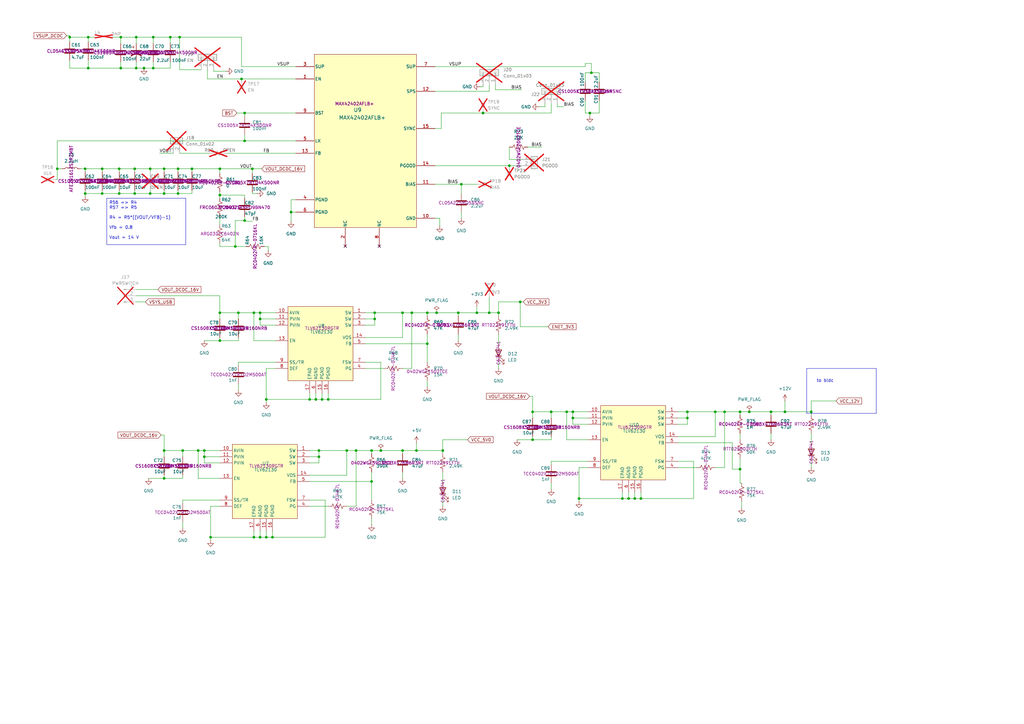
<source format=kicad_sch>
(kicad_sch (version 20250114) (generator "eeschema") (generator_version "9.0")
  (paper "A3")
  (rectangle (start 330.835 151.13) (end 359.41 169.545))
  (text "to bldc\n" (at 338.455 156.21 0) (effects (font (size 1.27 1.27))))
  (text_box "R56 => R4\nR57 => R5\n\nR4 = R5*((VOUT/VFB)-1)\n\nVfb = 0.8\n\nVout = 14 V\n" (at 43.815 81.28 0) (size 32.385 19.05) (margins 0.9525 0.9525 0.9525 0.9525) (effects (font (size 1.27 1.27)) (justify left top)))
  (junction (at 189.23 75.565))
  (junction (at 293.37 168.91))
  (junction (at 106.68 128.27))
  (junction (at 41.91 79.375))
  (junction (at 281.94 171.45))
  (junction (at 129.54 163.83))
  (junction (at 99.06 32.385))
  (junction (at 175.26 128.27))
  (junction (at 142.24 184.785))
  (junction (at 198.12 46.355))
  (junction (at 297.18 168.91))
  (junction (at 34.925 69.215))
  (junction (at 48.895 69.215))
  (junction (at 232.41 168.91))
  (junction (at 242.57 29.845))
  (junction (at 55.245 69.215))
  (junction (at 187.96 128.27))
  (junction (at 69.85 15.24))
  (junction (at 109.22 220.345))
  (junction (at 73.025 69.215))
  (junction (at 104.14 220.345))
  (junction (at 62.865 15.24))
  (junction (at 106.68 220.345))
  (junction (at 74.93 184.785))
  (junction (at 179.07 128.27))
  (junction (at 200.66 128.27))
  (junction (at 321.945 168.91))
  (junction (at 218.44 180.34))
  (junction (at 153.67 128.27))
  (junction (at 156.21 184.785))
  (junction (at 90.17 80.01))
  (junction (at 73.025 79.375))
  (junction (at 234.95 171.45))
  (junction (at 255.27 204.47))
  (junction (at 73.66 15.24))
  (junction (at 78.74 69.215))
  (junction (at 28.575 15.24))
  (junction (at 226.06 168.91))
  (junction (at 303.53 168.91))
  (junction (at 106.68 130.81))
  (junction (at 316.23 168.91))
  (junction (at 104.14 128.27))
  (junction (at 62.865 27.94))
  (junction (at 281.94 168.91))
  (junction (at 130.81 184.785))
  (junction (at 49.53 27.94))
  (junction (at 86.36 220.345))
  (junction (at 97.79 128.27))
  (junction (at 127 163.83))
  (junction (at 208.915 67.945))
  (junction (at 262.89 204.47))
  (junction (at 90.17 128.27))
  (junction (at 237.49 204.47))
  (junction (at 132.08 163.83))
  (junction (at 61.595 79.375))
  (junction (at 146.05 184.785))
  (junction (at 83.82 184.785))
  (junction (at 67.31 69.215))
  (junction (at 152.4 184.785))
  (junction (at 204.47 128.27))
  (junction (at 55.245 79.375))
  (junction (at 34.925 79.375))
  (junction (at 260.35 204.47))
  (junction (at 90.17 69.215))
  (junction (at 168.91 128.27))
  (junction (at 195.58 128.27))
  (junction (at 100.33 90.4387))
  (junction (at 130.81 187.325))
  (junction (at 90.17 139.7))
  (junction (at 67.31 196.215))
  (junction (at 119.38 86.995))
  (junction (at 165.1 184.785))
  (junction (at 181.61 184.785))
  (junction (at 55.88 27.94))
  (junction (at 103.505 69.215))
  (junction (at 49.53 15.24))
  (junction (at 111.76 220.345))
  (junction (at 48.895 79.375))
  (junction (at 241.935 46.355))
  (junction (at 41.91 69.215))
  (junction (at 61.595 69.215))
  (junction (at 23.495 69.215))
  (junction (at 175.26 140.97))
  (junction (at 307.34 168.91))
  (junction (at 257.81 204.47))
  (junction (at 170.815 184.785))
  (junction (at 36.195 27.94))
  (junction (at 153.67 130.81))
  (junction (at 55.88 15.24))
  (junction (at 165.1 128.27))
  (junction (at 96.52 101.092))
  (junction (at 234.95 168.91))
  (junction (at 100.33 57.785))
  (junction (at 81.28 184.785))
  (junction (at 67.31 184.785))
  (junction (at 83.82 187.325))
  (junction (at 332.74 168.91))
  (junction (at 303.53 192.405))
  (junction (at 36.195 15.24))
  (junction (at 213.36 123.825))
  (junction (at 67.31 79.375))
  (junction (at 152.4 197.485))
  (junction (at 134.62 163.83))
  (junction (at 218.44 168.91))
  (junction (at 59.055 27.94))
  (junction (at 100.33 46.355))
  (junction (at 109.22 163.83))
  (no_connect (at 141.605 100.965))
  (no_connect (at 155.575 100.965))
  (wire (pts (xy 149.86 148.59) (xy 156.21 148.59)))
  (wire (pts (xy 134.62 163.83) (xy 156.21 163.83)))
  (wire (pts (xy 241.3 191.77) (xy 237.49 191.77)))
  (wire (pts (xy 303.53 177.8) (xy 303.53 180.34)))
  (wire (pts (xy 55.245 70.485) (xy 55.245 69.215)))
  (wire (pts (xy 245.745 29.845) (xy 242.57 29.845)))
  (wire (pts (xy 121.285 81.915) (xy 119.38 81.915)))
  (wire (pts (xy 48.895 79.375) (xy 41.91 79.375)))
  (wire (pts (xy 237.49 204.47) (xy 255.27 204.47)))
  (wire (pts (xy 200.66 121.92) (xy 200.66 128.27)))
  (wire (pts (xy 41.91 78.105) (xy 41.91 79.375)))
  (wire (pts (xy 49.53 27.94) (xy 49.53 25.4)))
  (wire (pts (xy 83.82 189.865) (xy 83.82 187.325)))
  (wire (pts (xy 127 207.645) (xy 134.62 207.645)))
  (wire (pts (xy 69.85 15.24) (xy 73.66 15.24)))
  (wire (pts (xy 245.745 29.845) (xy 245.745 33.655)))
  (wire (pts (xy 90.17 139.7) (xy 83.82 139.7)))
  (wire (pts (xy 86.36 220.345) (xy 104.14 220.345)))
  (wire (pts (xy 97.79 128.27) (xy 104.14 128.27)))
  (wire (pts (xy 127 197.485) (xy 152.4 197.485)))
  (wire (pts (xy 281.94 173.99) (xy 281.94 171.45)))
  (wire (pts (xy 165.1 138.43) (xy 165.1 128.27)))
  (wire (pts (xy 67.31 178.435) (xy 67.31 184.785)))
  (wire (pts (xy 113.03 139.7) (xy 104.14 139.7)))
  (wire (pts (xy 127 189.865) (xy 130.81 189.865)))
  (wire (pts (xy 241.935 46.355) (xy 245.745 46.355)))
  (wire (pts (xy 28.575 15.24) (xy 36.195 15.24)))
  (wire (pts (xy 67.31 69.215) (xy 61.595 69.215)))
  (wire (pts (xy 278.13 189.23) (xy 284.48 189.23)))
  (wire (pts (xy 332.74 164.465) (xy 332.74 168.91)))
  (wire (pts (xy 149.86 130.81) (xy 153.67 130.81)))
  (wire (pts (xy 293.37 191.77) (xy 297.18 191.77)))
  (wire (pts (xy 55.245 79.375) (xy 48.895 79.375)))
  (wire (pts (xy 130.81 189.865) (xy 130.81 187.325)))
  (wire (pts (xy 200.66 37.465) (xy 200.66 34.925)))
  (wire (pts (xy 195.58 128.27) (xy 187.96 128.27)))
  (wire (pts (xy 218.44 180.34) (xy 226.06 180.34)))
  (wire (pts (xy 78.74 70.485) (xy 78.74 69.215)))
  (wire (pts (xy 198.12 35.56) (xy 198.12 34.925)))
  (wire (pts (xy 240.03 27.305) (xy 178.435 27.305)))
  (wire (pts (xy 187.96 128.27) (xy 179.07 128.27)))
  (wire (pts (xy 130.81 184.785) (xy 142.24 184.785)))
  (wire (pts (xy 165.1 186.055) (xy 165.1 184.785)))
  (wire (pts (xy 187.96 129.54) (xy 187.96 128.27)))
  (wire (pts (xy 260.35 204.47) (xy 262.89 204.47)))
  (wire (pts (xy 41.91 79.375) (xy 34.925 79.375)))
  (wire (pts (xy 67.31 79.375) (xy 73.025 79.375)))
  (wire (pts (xy 97.79 148.59) (xy 97.79 149.86)))
  (wire (pts (xy 100.33 81.28) (xy 100.33 80.01)))
  (wire (pts (xy 127 187.325) (xy 130.81 187.325)))
  (wire (pts (xy 129.54 161.29) (xy 129.54 163.83)))
  (wire (pts (xy 152.4 186.055) (xy 152.4 184.785)))
  (wire (pts (xy 69.85 27.94) (xy 62.865 27.94)))
  (wire (pts (xy 203.2 34.925) (xy 203.2 36.83)))
  (wire (pts (xy 83.82 184.785) (xy 90.17 184.785)))
  (wire (pts (xy 303.53 192.405) (xy 303.53 198.12)))
  (wire (pts (xy 113.03 130.81) (xy 106.68 130.81)))
  (wire (pts (xy 109.22 217.805) (xy 109.22 220.345)))
  (wire (pts (xy 96.52 101.092) (xy 96.52 90.4387)))
  (wire (pts (xy 218.44 180.34) (xy 212.09 180.34)))
  (wire (pts (xy 61.595 70.485) (xy 61.595 69.215)))
  (wire (pts (xy 132.08 161.29) (xy 132.08 163.83)))
  (wire (pts (xy 316.23 168.91) (xy 307.34 168.91)))
  (wire (pts (xy 85.09 32.385) (xy 99.06 32.385)))
  (wire (pts (xy 196.85 35.56) (xy 198.12 35.56)))
  (wire (pts (xy 284.48 189.23) (xy 284.48 204.47)))
  (wire (pts (xy 200.66 128.27) (xy 195.58 128.27)))
  (wire (pts (xy 104.14 220.345) (xy 106.68 220.345)))
  (wire (pts (xy 23.495 57.785) (xy 100.33 57.785)))
  (wire (pts (xy 142.24 184.785) (xy 146.05 184.785)))
  (wire (pts (xy 74.93 184.785) (xy 74.93 187.325)))
  (wire (pts (xy 321.945 168.91) (xy 332.74 168.91)))
  (wire (pts (xy 170.815 181.61) (xy 170.815 184.785)))
  (wire (pts (xy 332.74 189.23) (xy 332.74 191.77)))
  (wire (pts (xy 187.96 137.16) (xy 187.96 139.7)))
  (wire (pts (xy 180.975 52.705) (xy 178.435 52.705)))
  (wire (pts (xy 307.34 168.91) (xy 303.53 168.91)))
  (wire (pts (xy 165.1 151.13) (xy 168.91 151.13)))
  (wire (pts (xy 234.95 168.91) (xy 241.3 168.91)))
  (wire (pts (xy 278.13 171.45) (xy 281.94 171.45)))
  (wire (pts (xy 74.93 213.995) (xy 74.93 216.535)))
  (wire (pts (xy 96.52 101.092) (xy 100.838 101.092)))
  (wire (pts (xy 146.05 207.645) (xy 146.05 184.785)))
  (wire (pts (xy 281.94 168.91) (xy 293.37 168.91)))
  (wire (pts (xy 142.24 194.945) (xy 142.24 184.785)))
  (wire (pts (xy 149.86 128.27) (xy 153.67 128.27)))
  (wire (pts (xy 168.91 151.13) (xy 168.91 128.27)))
  (wire (pts (xy 73.66 28.575) (xy 73.66 15.24)))
  (wire (pts (xy 204.47 129.54) (xy 204.47 128.27)))
  (wire (pts (xy 73.025 69.215) (xy 67.31 69.215)))
  (wire (pts (xy 34.925 69.215) (xy 33.02 69.215)))
  (wire (pts (xy 127 205.105) (xy 133.35 205.105)))
  (wire (pts (xy 304.165 205.74) (xy 304.165 208.28)))
  (wire (pts (xy 278.13 181.61) (xy 300.355 181.61)))
  (wire (pts (xy 129.54 163.83) (xy 132.08 163.83)))
  (wire (pts (xy 214.63 123.825) (xy 213.36 123.825)))
  (wire (pts (xy 28.575 14.605) (xy 28.575 15.24)))
  (wire (pts (xy 100.33 90.805) (xy 103.505 90.805)))
  (wire (pts (xy 67.31 184.785) (xy 74.93 184.785)))
  (wire (pts (xy 49.53 15.24) (xy 49.53 17.78)))
  (wire (pts (xy 224.79 133.985) (xy 213.36 133.985)))
  (wire (pts (xy 90.17 187.325) (xy 83.82 187.325)))
  (wire (pts (xy 149.86 140.97) (xy 175.26 140.97)))
  (wire (pts (xy 200.66 37.465) (xy 178.435 37.465)))
  (wire (pts (xy 240.03 29.845) (xy 240.03 33.655)))
  (wire (pts (xy 104.14 139.7) (xy 104.14 128.27)))
  (wire (pts (xy 62.865 15.24) (xy 69.85 15.24)))
  (wire (pts (xy 67.31 79.375) (xy 61.595 79.375)))
  (wire (pts (xy 149.86 138.43) (xy 165.1 138.43)))
  (wire (pts (xy 237.49 204.47) (xy 237.49 205.74)))
  (wire (pts (xy 90.17 69.215) (xy 103.505 69.215)))
  (wire (pts (xy 106.68 133.35) (xy 106.68 130.81)))
  (wire (pts (xy 66.04 178.435) (xy 67.31 178.435)))
  (wire (pts (xy 303.53 187.96) (xy 303.53 192.405)))
  (wire (pts (xy 170.815 184.785) (xy 181.61 184.785)))
  (wire (pts (xy 149.86 151.13) (xy 157.48 151.13)))
  (wire (pts (xy 130.81 187.325) (xy 130.81 184.785)))
  (wire (pts (xy 153.67 133.35) (xy 153.67 130.81)))
  (wire (pts (xy 242.57 29.845) (xy 240.03 29.845)))
  (wire (pts (xy 168.91 128.27) (xy 175.26 128.27)))
  (wire (pts (xy 240.03 46.355) (xy 241.935 46.355)))
  (wire (pts (xy 90.17 101.092) (xy 96.52 101.092)))
  (wire (pts (xy 240.03 26.035) (xy 240.03 27.305)))
  (wire (pts (xy 180.975 46.355) (xy 198.12 46.355)))
  (wire (pts (xy 99.06 27.305) (xy 121.285 27.305)))
  (wire (pts (xy 41.91 69.215) (xy 48.895 69.215)))
  (wire (pts (xy 127 163.83) (xy 129.54 163.83)))
  (wire (pts (xy 67.31 196.215) (xy 60.96 196.215)))
  (wire (pts (xy 228.6 43.815) (xy 231.14 43.815)))
  (wire (pts (xy 107.315 69.215) (xy 103.505 69.215)))
  (wire (pts (xy 262.89 201.93) (xy 262.89 204.47)))
  (wire (pts (xy 109.22 151.13) (xy 109.22 163.83)))
  (wire (pts (xy 281.94 171.45) (xy 281.94 168.91)))
  (wire (pts (xy 109.22 220.345) (xy 111.76 220.345)))
  (wire (pts (xy 208.915 67.945) (xy 213.995 67.945)))
  (wire (pts (xy 121.285 86.995) (xy 119.38 86.995)))
  (wire (pts (xy 103.505 71.12) (xy 103.505 69.215)))
  (wire (pts (xy 34.925 79.375) (xy 34.925 80.645)))
  (wire (pts (xy 204.47 123.825) (xy 204.47 128.27)))
  (wire (pts (xy 119.38 86.995) (xy 119.38 90.805)))
  (wire (pts (xy 62.865 25.4) (xy 62.865 27.94)))
  (wire (pts (xy 100.33 90.4387) (xy 100.33 90.805)))
  (wire (pts (xy 242.57 26.035) (xy 242.57 29.845)))
  (wire (pts (xy 108.458 101.092) (xy 109.982 101.092)))
  (wire (pts (xy 23.495 57.785) (xy 23.495 69.215)))
  (wire (pts (xy 109.982 101.092) (xy 109.982 102.87)))
  (wire (pts (xy 59.055 27.94) (xy 55.88 27.94)))
  (wire (pts (xy 189.23 75.565) (xy 195.58 75.565)))
  (wire (pts (xy 69.85 17.78) (xy 69.85 15.24)))
  (wire (pts (xy 111.76 220.345) (xy 133.35 220.345)))
  (wire (pts (xy 204.47 123.825) (xy 213.36 123.825)))
  (wire (pts (xy 90.17 138.43) (xy 90.17 139.7)))
  (wire (pts (xy 223.52 42.545) (xy 223.52 43.815)))
  (wire (pts (xy 223.52 43.815) (xy 220.98 43.815)))
  (wire (pts (xy 226.06 168.91) (xy 226.06 171.45)))
  (wire (pts (xy 62.865 27.94) (xy 59.055 27.94)))
  (wire (pts (xy 90.17 80.01) (xy 90.17 81.28)))
  (wire (pts (xy 203.2 36.83) (xy 213.995 36.83)))
  (wire (pts (xy 100.33 57.785) (xy 121.285 57.785)))
  (wire (pts (xy 28.575 24.765) (xy 28.575 27.94)))
  (wire (pts (xy 83.82 187.325) (xy 83.82 184.785)))
  (wire (pts (xy 87.63 29.21) (xy 92.71 29.21)))
  (wire (pts (xy 90.17 196.215) (xy 81.28 196.215)))
  (wire (pts (xy 332.74 170.18) (xy 332.74 168.91)))
  (wire (pts (xy 55.88 121.285) (xy 90.17 121.285)))
  (wire (pts (xy 96.52 90.4387) (xy 100.33 90.4387)))
  (wire (pts (xy 175.26 137.16) (xy 175.26 140.97)))
  (wire (pts (xy 297.18 191.77) (xy 297.18 168.91)))
  (wire (pts (xy 127 163.83) (xy 127 161.29)))
  (wire (pts (xy 303.53 198.12) (xy 304.165 198.12)))
  (wire (pts (xy 62.865 17.78) (xy 62.865 15.24)))
  (wire (pts (xy 93.345 62.865) (xy 121.285 62.865)))
  (wire (pts (xy 27.305 14.605) (xy 28.575 14.605)))
  (wire (pts (xy 113.03 133.35) (xy 106.68 133.35)))
  (wire (pts (xy 189.23 86.995) (xy 189.23 89.535)))
  (wire (pts (xy 48.895 69.215) (xy 55.245 69.215)))
  (wire (pts (xy 226.06 179.07) (xy 226.06 180.34)))
  (wire (pts (xy 133.35 205.105) (xy 133.35 220.345)))
  (wire (pts (xy 100.33 80.01) (xy 90.17 80.01)))
  (wire (pts (xy 293.37 168.91) (xy 297.18 168.91)))
  (wire (pts (xy 181.61 180.34) (xy 181.61 184.785)))
  (wire (pts (xy 90.17 128.27) (xy 90.17 130.81)))
  (wire (pts (xy 255.27 204.47) (xy 255.27 201.93)))
  (wire (pts (xy 240.03 41.275) (xy 240.03 46.355)))
  (wire (pts (xy 36.195 17.145) (xy 36.195 15.24)))
  (wire (pts (xy 34.925 78.105) (xy 34.925 79.375)))
  (wire (pts (xy 106.68 130.81) (xy 106.68 128.27)))
  (wire (pts (xy 293.37 179.07) (xy 293.37 168.91)))
  (wire (pts (xy 103.505 79.375) (xy 105.41 79.375)))
  (wire (pts (xy 100.33 47.625) (xy 100.33 46.355)))
  (wire (pts (xy 78.74 69.215) (xy 73.025 69.215)))
  (wire (pts (xy 316.23 177.8) (xy 316.23 180.34)))
  (wire (pts (xy 90.17 99.695) (xy 90.17 101.092)))
  (wire (pts (xy 204.47 128.27) (xy 200.66 128.27)))
  (wire (pts (xy 73.66 62.865) (xy 85.725 62.865)))
  (wire (pts (xy 278.13 179.07) (xy 293.37 179.07)))
  (wire (pts (xy 204.47 137.16) (xy 204.47 140.97)))
  (wire (pts (xy 149.86 133.35) (xy 153.67 133.35)))
  (wire (pts (xy 67.31 70.485) (xy 67.31 69.215)))
  (wire (pts (xy 152.4 212.725) (xy 152.4 215.265)))
  (wire (pts (xy 61.595 79.375) (xy 55.245 79.375)))
  (wire (pts (xy 23.495 69.215) (xy 25.4 69.215)))
  (wire (pts (xy 213.36 133.985) (xy 213.36 123.825)))
  (wire (pts (xy 278.13 173.99) (xy 281.94 173.99)))
  (wire (pts (xy 241.935 46.355) (xy 241.935 47.625)))
  (wire (pts (xy 41.91 70.485) (xy 41.91 69.215)))
  (wire (pts (xy 228.6 42.545) (xy 228.6 43.815)))
  (wire (pts (xy 86.36 207.645) (xy 86.36 220.345)))
  (wire (pts (xy 218.44 179.07) (xy 218.44 180.34)))
  (wire (pts (xy 36.195 15.24) (xy 38.735 15.24)))
  (wire (pts (xy 146.05 184.785) (xy 152.4 184.785)))
  (wire (pts (xy 104.14 128.27) (xy 106.68 128.27)))
  (wire (pts (xy 49.53 15.24) (xy 55.88 15.24)))
  (wire (pts (xy 316.23 168.91) (xy 321.945 168.91)))
  (wire (pts (xy 195.58 125.73) (xy 195.58 128.27)))
  (wire (pts (xy 226.06 42.545) (xy 226.06 46.355)))
  (wire (pts (xy 87.63 28.575) (xy 87.63 29.21)))
  (wire (pts (xy 152.4 193.675) (xy 152.4 197.485)))
  (wire (pts (xy 81.28 184.785) (xy 83.82 184.785)))
  (wire (pts (xy 257.81 204.47) (xy 260.35 204.47)))
  (wire (pts (xy 73.025 79.375) (xy 78.74 79.375)))
  (wire (pts (xy 85.09 28.575) (xy 85.09 32.385)))
  (wire (pts (xy 218.44 168.91) (xy 226.06 168.91)))
  (wire (pts (xy 180.975 52.705) (xy 180.975 46.355)))
  (wire (pts (xy 321.945 164.465) (xy 321.945 168.91)))
  (wire (pts (xy 99.06 32.385) (xy 121.285 32.385)))
  (wire (pts (xy 104.14 220.345) (xy 104.14 217.805)))
  (wire (pts (xy 36.195 24.765) (xy 36.195 27.94)))
  (wire (pts (xy 109.22 163.83) (xy 109.22 165.1)))
  (wire (pts (xy 262.89 204.47) (xy 284.48 204.47)))
  (wire (pts (xy 55.88 123.825) (xy 59.69 123.825)))
  (wire (pts (xy 113.03 148.59) (xy 97.79 148.59)))
  (wire (pts (xy 99.06 15.24) (xy 99.06 27.305)))
  (wire (pts (xy 100.33 88.9) (xy 100.33 90.4387)))
  (wire (pts (xy 97.155 46.355) (xy 100.33 46.355)))
  (wire (pts (xy 241.3 189.23) (xy 226.06 189.23)))
  (wire (pts (xy 232.41 180.34) (xy 232.41 168.91)))
  (wire (pts (xy 113.03 151.13) (xy 109.22 151.13)))
  (wire (pts (xy 175.26 129.54) (xy 175.26 128.27)))
  (wire (pts (xy 198.12 46.355) (xy 226.06 46.355)))
  (wire (pts (xy 216.535 60.325) (xy 222.25 60.325)))
  (wire (pts (xy 300.355 181.61) (xy 300.355 192.405)))
  (wire (pts (xy 90.17 69.215) (xy 78.74 69.215)))
  (wire (pts (xy 55.88 17.78) (xy 55.88 15.24)))
  (wire (pts (xy 178.435 67.945) (xy 208.915 67.945)))
  (wire (pts (xy 181.61 186.055) (xy 181.61 184.785)))
  (wire (pts (xy 165.1 128.27) (xy 168.91 128.27)))
  (wire (pts (xy 165.1 193.675) (xy 165.1 196.215)))
  (wire (pts (xy 90.17 189.865) (xy 83.82 189.865)))
  (wire (pts (xy 300.355 192.405) (xy 303.53 192.405)))
  (wire (pts (xy 241.3 171.45) (xy 234.95 171.45)))
  (wire (pts (xy 178.435 75.565) (xy 189.23 75.565)))
  (wire (pts (xy 67.31 78.105) (xy 67.31 79.375)))
  (wire (pts (xy 55.88 25.4) (xy 55.88 27.94)))
  (wire (pts (xy 237.49 191.77) (xy 237.49 204.47)))
  (wire (pts (xy 74.93 184.785) (xy 81.28 184.785)))
  (wire (pts (xy 106.68 128.27) (xy 113.03 128.27)))
  (wire (pts (xy 78.74 78.105) (xy 78.74 79.375)))
  (wire (pts (xy 208.915 65.405) (xy 213.995 65.405)))
  (wire (pts (xy 90.17 121.285) (xy 90.17 128.27)))
  (wire (pts (xy 278.13 191.77) (xy 285.75 191.77)))
  (wire (pts (xy 90.17 128.27) (xy 97.79 128.27)))
  (wire (pts (xy 142.24 207.645) (xy 146.05 207.645)))
  (wire (pts (xy 81.28 196.215) (xy 81.28 184.785)))
  (wire (pts (xy 48.895 78.105) (xy 48.895 79.375)))
  (wire (pts (xy 178.435 89.535) (xy 180.34 89.535)))
  (wire (pts (xy 134.62 161.29) (xy 134.62 163.83)))
  (wire (pts (xy 127 194.945) (xy 142.24 194.945)))
  (wire (pts (xy 303.53 170.18) (xy 303.53 168.91)))
  (wire (pts (xy 191.77 180.34) (xy 181.61 180.34)))
  (wire (pts (xy 23.495 69.215) (xy 23.495 73.66)))
  (wire (pts (xy 204.47 148.59) (xy 204.47 151.13)))
  (wire (pts (xy 97.79 128.27) (xy 97.79 130.81)))
  (wire (pts (xy 127 184.785) (xy 130.81 184.785)))
  (wire (pts (xy 64.77 118.745) (xy 55.88 118.745)))
  (wire (pts (xy 61.595 69.215) (xy 55.245 69.215)))
  (wire (pts (xy 103.505 78.74) (xy 103.505 79.375)))
  (wire (pts (xy 82.55 28.575) (xy 73.66 28.575)))
  (wire (pts (xy 181.61 193.675) (xy 181.61 197.485)))
  (wire (pts (xy 100.33 46.355) (xy 121.285 46.355)))
  (wire (pts (xy 109.22 163.83) (xy 127 163.83)))
  (wire (pts (xy 257.81 201.93) (xy 257.81 204.47)))
  (wire (pts (xy 226.06 198.12) (xy 226.06 200.66)))
  (wire (pts (xy 69.85 25.4) (xy 69.85 27.94)))
  (wire (pts (xy 36.195 27.94) (xy 49.53 27.94)))
  (wire (pts (xy 226.06 168.91) (xy 232.41 168.91)))
  (wire (pts (xy 61.595 78.105) (xy 61.595 79.375)))
  (wire (pts (xy 90.17 71.12) (xy 90.17 69.215)))
  (wire (pts (xy 255.27 204.47) (xy 257.81 204.47)))
  (wire (pts (xy 46.355 15.24) (xy 49.53 15.24)))
  (wire (pts (xy 28.575 17.145) (xy 28.575 15.24)))
  (wire (pts (xy 73.025 70.485) (xy 73.025 69.215)))
  (wire (pts (xy 153.67 128.27) (xy 165.1 128.27)))
  (wire (pts (xy 86.36 220.345) (xy 86.36 221.615)))
  (wire (pts (xy 234.95 171.45) (xy 234.95 168.91)))
  (wire (pts (xy 165.1 184.785) (xy 170.815 184.785)))
  (wire (pts (xy 218.44 162.56) (xy 218.44 168.91)))
  (wire (pts (xy 119.38 81.915) (xy 119.38 86.995)))
  (wire (pts (xy 241.3 180.34) (xy 232.41 180.34)))
  (wire (pts (xy 65.405 62.865) (xy 71.12 62.865)))
  (wire (pts (xy 165.1 184.785) (xy 156.21 184.785)))
  (wire (pts (xy 153.67 130.81) (xy 153.67 128.27)))
  (wire (pts (xy 152.4 197.485) (xy 152.4 205.105)))
  (wire (pts (xy 90.17 205.105) (xy 74.93 205.105)))
  (wire (pts (xy 316.23 170.18) (xy 316.23 168.91)))
  (wire (pts (xy 226.06 189.23) (xy 226.06 190.5)))
  (wire (pts (xy 48.895 70.485) (xy 48.895 69.215)))
  (wire (pts (xy 180.34 89.535) (xy 180.34 92.71)))
  (wire (pts (xy 74.93 194.945) (xy 74.93 196.215)))
  (wire (pts (xy 260.35 201.93) (xy 260.35 204.47)))
  (wire (pts (xy 73.66 15.24) (xy 99.06 15.24)))
  (wire (pts (xy 67.31 184.785) (xy 67.31 187.325)))
  (wire (pts (xy 240.03 26.035) (xy 242.57 26.035)))
  (wire (pts (xy 90.17 139.7) (xy 97.79 139.7)))
  (wire (pts (xy 106.68 220.345) (xy 109.22 220.345)))
  (wire (pts (xy 175.26 156.21) (xy 175.26 158.75)))
  (wire (pts (xy 55.245 78.105) (xy 55.245 79.375)))
  (wire (pts (xy 234.95 173.99) (xy 234.95 171.45)))
  (wire (pts (xy 55.88 27.94) (xy 49.53 27.94)))
  (wire (pts (xy 179.07 128.27) (xy 175.26 128.27)))
  (wire (pts (xy 97.79 138.43) (xy 97.79 139.7)))
  (wire (pts (xy 106.68 217.805) (xy 106.68 220.345)))
  (wire (pts (xy 67.31 196.215) (xy 74.93 196.215)))
  (wire (pts (xy 22.86 73.66) (xy 23.495 73.66)))
  (wire (pts (xy 156.21 148.59) (xy 156.21 163.83)))
  (wire (pts (xy 217.17 162.56) (xy 218.44 162.56)))
  (wire (pts (xy 132.08 163.83) (xy 134.62 163.83)))
  (wire (pts (xy 241.3 173.99) (xy 234.95 173.99)))
  (wire (pts (xy 90.17 78.74) (xy 90.17 80.01)))
  (wire (pts (xy 208.915 60.325) (xy 208.915 65.405)))
  (wire (pts (xy 278.13 168.91) (xy 281.94 168.91)))
  (wire (pts (xy 218.44 168.91) (xy 218.44 171.45)))
  (wire (pts (xy 232.41 168.91) (xy 234.95 168.91)))
  (wire (pts (xy 175.26 140.97) (xy 175.26 148.59)))
  (wire (pts (xy 73.025 78.105) (xy 73.025 79.375)))
  (wire (pts (xy 297.18 168.91) (xy 303.53 168.91)))
  (wire (pts (xy 90.17 88.9) (xy 90.17 92.075)))
  (wire (pts (xy 181.61 205.105) (xy 181.61 207.645)))
  (wire (pts (xy 342.9 164.465) (xy 332.74 164.465)))
  (wire (pts (xy 67.31 194.945) (xy 67.31 196.215)))
  (wire (pts (xy 97.79 157.48) (xy 97.79 160.02)))
  (wire (pts (xy 28.575 27.94) (xy 36.195 27.94)))
  (wire (pts (xy 90.17 207.645) (xy 86.36 207.645)))
  (wire (pts (xy 41.91 69.215) (xy 34.925 69.215)))
  (wire (pts (xy 156.21 184.785) (xy 152.4 184.785)))
  (wire (pts (xy 245.745 46.355) (xy 245.745 41.275)))
  (wire (pts (xy 55.88 15.24) (xy 62.865 15.24)))
  (wire (pts (xy 189.23 75.565) (xy 189.23 79.375)))
  (wire (pts (xy 332.74 177.8) (xy 332.74 181.61)))
  (wire (pts (xy 74.93 205.105) (xy 74.93 206.375)))
  (wire (pts (xy 34.925 70.485) (xy 34.925 69.215)))
  (wire (pts (xy 111.76 217.805) (xy 111.76 220.345)))
  (wire (pts (xy 100.33 55.245) (xy 100.33 57.785)))
  (label "BIAS" (at 222.25 60.325 180))
  (label "BIAS" (at 213.995 36.83 180))
  (label "VSUP" (at 113.665 27.305 0))
  (label "FB" (at 107.95 62.865 0))
  (label "FB" (at 103.505 90.805 0))
  (label "BIAS" (at 183.515 75.565 0))
  (label "BIAS" (at 231.14 43.815 0))
  (label "VSUP" (at 184.15 27.305 0))
  (label "EN" (at 88.9 32.385 0))
  (label "VOUT" (at 65.405 62.865 0))
  (label "VOUT" (at 98.425 69.215 0))
  (global_label "ENET_3V3" (shape input) (at 224.79 133.985 0) (property "Intersheetrefs" "${INTERSHEET_REFS}" (effects (hide yes))))
  (global_label "VOUT_DCDC_16V" (shape input) (at 107.315 69.215 0) (property "Intersheetrefs" "${INTERSHEET_REFS}" (effects (hide yes))))
  (global_label "VOUT_DCDC_16V" (shape input) (at 64.77 118.745 0) (property "Intersheetrefs" "${INTERSHEET_REFS}" (effects (hide yes))))
  (global_label "VSYS_USB" (shape input) (at 59.69 123.825 0) (property "Intersheetrefs" "${INTERSHEET_REFS}" (effects (hide yes))))
  (global_label "VCC_3V3" (shape input) (at 214.63 123.825 0) (property "Intersheetrefs" "${INTERSHEET_REFS}" (effects (hide yes))))
  (global_label "VCC_5V0" (shape input) (at 191.77 180.34 0) (property "Intersheetrefs" "${INTERSHEET_REFS}" (effects (hide yes))))
  (global_label "VOUT_DCDC_16V" (shape input) (at 66.04 178.435 180) (property "Intersheetrefs" "${INTERSHEET_REFS}" (effects (hide yes))))
  (global_label "VCC_12V" (shape input) (at 342.9 164.465 0) (property "Intersheetrefs" "${INTERSHEET_REFS}" (effects (hide yes))))
  (global_label "VOUT_DCDC_16V" (shape input) (at 217.17 162.56 180) (property "Intersheetrefs" "${INTERSHEET_REFS}" (effects (hide yes))))
  (global_label "VSUP_DCDC" (shape input) (at 27.305 14.605 180) (property "Intersheetrefs" "${INTERSHEET_REFS}" (effects (hide yes))))
  (global_label "BST" (shape input) (at 97.155 46.355 180) (property "Intersheetrefs" "${INTERSHEET_REFS}" (effects (hide yes))))
  (symbol (lib_id "Device:C") (at 97.79 134.62 0) (unit 1)
    (property "Reference" "C79" (at 93.472 132.334 0) (effects (justify left)))
    (property "Value" "10uF" (at 93.726 136.906 0) (effects (justify left)))
    (property "Footprint" "Capacitor_SMD:C_0603_1608Metric" (effects (hide yes)))
    (property "Description" "Unpolarized capacitor" (effects (hide yes)))
    (property "Manufacturer_Part_Number" "CS1608X5R106M160NRB" (at 97.79 134.62 0))
  )
  (symbol (lib_id "power:PWR_FLAG") (at 179.07 128.27 0) (unit 1)
    (property "Reference" "#FLG02" (effects (hide yes)))
    (property "Value" "PWR_FLAG" (at 179.07 123.19 0))
    (property "Description" "Special symbol for telling ERC where power comes from" (effects (hide yes)))
  )
  (symbol (lib_id "power:GND") (at 34.925 80.645 0) (unit 1)
    (property "Reference" "#PWR088" (effects (hide yes)))
    (property "Value" "GND" (at 34.925 85.725 0))
    (property "Description" "Power symbol creates a global label with name \"GND\" , ground" (effects (hide yes)))
  )
  (symbol (lib_id "Device:R_US") (at 204.47 133.35 180) (unit 1)
    (property "Reference" "R72" (at 207.01 132.0799 0) (effects (justify right)))
    (property "Value" "2.49K" (at 207.01 134.6199 0) (effects (justify right)))
    (property "Footprint" "Resistor_SMD:R_0402_1005Metric" (effects (hide yes)))
    (property "Description" "Resistor, US symbol" (effects (hide yes)))
    (property "Manufacturer_Part_Number" "RTT022491FTH" (at 204.47 133.35 0))
  )
  (symbol (lib_id "Device:C") (at 73.025 74.295 0) (unit 1)
    (property "Reference" "C74" (at 73.025 72.39 0) (effects (justify left)))
    (property "Value" "10uF" (at 73.025 76.835 0) (effects (justify left)))
    (property "Footprint" "Capacitor_SMD:C_0603_1608Metric" (effects (hide yes)))
    (property "Description" "Unpolarized capacitor" (effects (hide yes)))
    (property "Manufacturer_Part_Number" "CS1608X5R106M160NRB" (at 73.025 74.295 0))
  )
  (symbol (lib_id "Device:C") (at 55.245 74.295 0) (unit 1)
    (property "Reference" "C67" (at 55.245 72.39 0) (effects (justify left)))
    (property "Value" "10uF" (at 55.245 76.835 0) (effects (justify left)))
    (property "Footprint" "Capacitor_SMD:C_0603_1608Metric" (effects (hide yes)))
    (property "Description" "Unpolarized capacitor" (effects (hide yes)))
    (property "Manufacturer_Part_Number" "CS1608X5R106M160NRB" (at 55.245 74.295 0))
  )
  (symbol (lib_id "power:+5V") (at 170.815 181.61 0) (unit 1)
    (property "Reference" "#PWR0102" (effects (hide yes)))
    (property "Value" "+5V" (at 170.815 176.53 0))
    (property "Description" "Power symbol creates a global label with name \"+5V\"" (effects (hide yes)))
  )
  (symbol (lib_id "Device:C") (at 62.865 21.59 0) (unit 1)
    (property "Reference" "C70" (at 63.5 19.05 0) (effects (justify left)))
    (property "Value" "2.2uF" (at 64.135 24.765 0) (effects (justify left)))
    (property "Footprint" "Capacitor_SMD:C_0402_1005Metric" (effects (hide yes)))
    (property "Description" "Unpolarized capacitor" (effects (hide yes)))
    (property "Manufacturer_Part_Number" "CL05A225MQ5NSNC" (at 62.865 21.59 0))
  )
  (symbol (lib_id "Device:C") (at 36.195 20.955 0) (unit 1)
    (property "Reference" "C63" (at 36.83 18.415 0) (effects (justify left)))
    (property "Value" "100nF" (at 36.83 23.495 0) (effects (justify left)))
    (property "Footprint" "Capacitor_SMD:C_0402_1005Metric" (effects (hide yes)))
    (property "Description" "Unpolarized capacitor" (effects (hide yes)))
    (property "Manufacturer_Part_Number" "CS1005X7R104K500NR" (at 36.195 20.955 0))
  )
  (symbol (lib_id "Device:C") (at 316.23 173.99 0) (unit 1)
    (property "Reference" "C92" (at 320.04 172.7199 0) (effects (justify left)))
    (property "Value" "47uF" (at 320.04 175.2599 0) (effects (justify left)))
    (property "Footprint" "Capacitor_SMD:C_0603_1608Metric" (effects (hide yes)))
    (property "Description" "Unpolarized capacitor" (effects (hide yes)))
    (property "Manufacturer_Part_Number" "0603X476M6R3NT" (at 316.23 173.99 0))
  )
  (symbol (lib_id "Device:R_US") (at 90.17 95.885 0) (unit 1)
    (property "Reference" "R63" (at 90.805 92.71 0) (effects (justify left)))
    (property "Value" "64K" (at 90.805 98.425 0) (effects (justify left)))
    (property "Footprint" "Resistor_SMD:R_0603_1608Metric" (effects (hide yes)))
    (property "Description" "Resistor, US symbol" (effects (hide yes)))
    (property "Manufacturer_Part_Number" "ARG03DTC6402N" (at 90.17 95.885 0))
  )
  (symbol (lib_id "Device:C") (at 97.79 153.67 0) (unit 1)
    (property "Reference" "C80" (at 93.472 151.384 0) (effects (justify left)))
    (property "Value" "1nF" (at 93.726 155.956 0) (effects (justify left)))
    (property "Footprint" "Capacitor_SMD:C_0402_1005Metric" (effects (hide yes)))
    (property "Description" "Unpolarized capacitor" (effects (hide yes)))
    (property "Manufacturer_Part_Number" "TCC0402X7R102M500AT" (at 97.79 153.67 0))
  )
  (symbol (lib_id "power:+12V") (at 321.945 164.465 0) (unit 1)
    (property "Reference" "#PWR0118" (effects (hide yes)))
    (property "Value" "+12V" (at 321.945 159.385 0))
    (property "Description" "Power symbol creates a global label with name \"+12V\"" (effects (hide yes)))
  )
  (symbol (lib_id "Device:R_US") (at 303.53 173.99 180) (unit 1)
    (property "Reference" "R75" (at 306.07 172.7199 0) (effects (justify right)))
    (property "Value" "1M" (at 306.07 175.2599 0) (effects (justify right)))
    (property "Footprint" "Resistor_SMD:R_0402_1005Metric" (effects (hide yes)))
    (property "Description" "Resistor, US symbol" (effects (hide yes)))
    (property "Manufacturer_Part_Number" "RC0402FR-071ML" (at 303.53 173.99 0))
  )
  (symbol (lib_id "Device:C") (at 78.74 74.295 0) (unit 1)
    (property "Reference" "C77" (at 78.74 72.39 0) (effects (justify left)))
    (property "Value" "10uF" (at 78.74 76.835 0) (effects (justify left)))
    (property "Footprint" "Capacitor_SMD:C_0603_1608Metric" (effects (hide yes)))
    (property "Description" "Unpolarized capacitor" (effects (hide yes)))
    (property "Manufacturer_Part_Number" "CS1608X5R106M160NRB" (at 78.74 74.295 0))
  )
  (symbol (lib_id "power:GND") (at 119.38 90.805 0) (unit 1)
    (property "Reference" "#PWR099" (effects (hide yes)))
    (property "Value" "GND" (at 119.38 95.885 0))
    (property "Description" "Power symbol creates a global label with name \"GND\" , ground" (effects (hide yes)))
  )
  (symbol (lib_id "power:GND") (at 74.93 216.535 0) (unit 1)
    (property "Reference" "#PWR091" (effects (hide yes)))
    (property "Value" "GND" (at 74.93 221.615 0))
    (property "Description" "Power symbol creates a global label with name \"GND\" , ground" (effects (hide yes)))
  )
  (symbol (lib_id "Connector_Generic:Conn_01x03") (at 226.06 37.465 270) (mirror x) (unit 1) (dnp yes)
    (property "Reference" "J22" (at 217.805 38.735 90) (effects (justify left)))
    (property "Value" "Conn_01x03" (at 219.71 34.925 90) (effects (justify left)))
    (property "Footprint" "Connector_PinHeader_2.54mm:PinHeader_1x03_P2.54mm_Vertical" (effects (hide yes)))
    (property "Description" "Generic connector, single row, 01x03, script generated (kicad-library-utils/schlib/autogen/connector/)" (effects (hide yes)))
  )
  (symbol (lib_id "power:GND") (at 152.4 215.265 0) (unit 1)
    (property "Reference" "#PWR0100" (effects (hide yes)))
    (property "Value" "GND" (at 152.4 220.345 0))
    (property "Description" "Power symbol creates a global label with name \"GND\" , ground" (effects (hide yes)))
  )
  (symbol (lib_id "Device:C") (at 90.17 134.62 0) (unit 1)
    (property "Reference" "C78" (at 85.852 132.334 0) (effects (justify left)))
    (property "Value" "10uF" (at 86.106 136.906 0) (effects (justify left)))
    (property "Footprint" "Capacitor_SMD:C_0603_1608Metric" (effects (hide yes)))
    (property "Description" "Unpolarized capacitor" (effects (hide yes)))
    (property "Manufacturer_Part_Number" "CS1608X5R106M160NRB" (at 90.17 134.62 0))
  )
  (symbol (lib_id "power:GND") (at 175.26 158.75 0) (unit 1)
    (property "Reference" "#PWR0103" (effects (hide yes)))
    (property "Value" "GND" (at 175.26 163.83 0))
    (property "Description" "Power symbol creates a global label with name \"GND\" , ground" (effects (hide yes)))
  )
  (symbol (lib_id "Device:C") (at 49.53 21.59 0) (unit 1)
    (property "Reference" "C66" (at 50.165 19.05 0) (effects (justify left)))
    (property "Value" "100nF" (at 50.165 24.13 0) (effects (justify left)))
    (property "Footprint" "Capacitor_SMD:C_0402_1005Metric" (effects (hide yes)))
    (property "Description" "Unpolarized capacitor" (effects (hide yes)))
    (property "Manufacturer_Part_Number" "CS1005X7R104K500NR" (at 49.53 21.59 0))
  )
  (symbol (lib_id "Device:C") (at 48.895 74.295 0) (unit 1)
    (property "Reference" "C65" (at 48.895 72.39 0) (effects (justify left)))
    (property "Value" "10uF" (at 48.895 76.835 0) (effects (justify left)))
    (property "Footprint" "Capacitor_SMD:C_0603_1608Metric" (effects (hide yes)))
    (property "Description" "Unpolarized capacitor" (effects (hide yes)))
    (property "Manufacturer_Part_Number" "CS1608X5R106M160NRB" (at 48.895 74.295 0))
  )
  (symbol (lib_id "Device:R_US") (at 90.17 85.09 0) (unit 1)
    (property "Reference" "R62" (at 90.805 81.915 0) (effects (justify left)))
    (property "Value" "200K" (at 88.265 88.9 0) (effects (justify left)))
    (property "Footprint" "Resistor_SMD:R_0603_1608Metric" (effects (hide yes)))
    (property "Description" "Resistor, US symbol" (effects (hide yes)))
    (property "Manufacturer_Part_Number" "FRC0603F2003TS" (at 90.17 85.09 0))
  )
  (symbol (lib_id "Connector:TestPoint") (at 198.12 46.355 0) (unit 1) (dnp yes)
    (property "Reference" "TP19" (at 200.025 41.7829 0) (effects (justify left)))
    (property "Value" "SYNC" (at 200.025 44.3229 0) (effects (justify left)))
    (property "Footprint" "TestPoint:TestPoint_Pad_D2.5mm" (effects (hide yes)))
    (property "Description" "test point" (effects (hide yes)))
  )
  (symbol (lib_id "Device:R_US") (at 161.29 151.13 90) (unit 1)
    (property "Reference" "R68" (at 161.29 144.78 90))
    (property "Value" "4.7K" (at 161.29 147.32 90))
    (property "Footprint" "Resistor_SMD:R_0402_1005Metric" (effects (hide yes)))
    (property "Description" "Resistor, US symbol" (effects (hide yes)))
    (property "Manufacturer_Part_Number" "RC0402FR-074K7L" (at 161.29 151.13 0))
  )
  (symbol (lib_id "Device:R_US") (at 212.725 60.325 90) (unit 1)
    (property "Reference" "R73" (at 212.725 53.975 90))
    (property "Value" "20K" (at 212.725 56.515 90))
    (property "Footprint" "Resistor_SMD:R_0402_1005Metric" (effects (hide yes)))
    (property "Description" "Resistor, US symbol" (effects (hide yes)))
    (property "Manufacturer_Part_Number" "0402WGF2002TCE" (at 212.725 60.325 0))
  )
  (symbol (lib_id "Device:R_US") (at 303.53 184.15 0) (unit 1)
    (property "Reference" "R76" (at 306.07 182.8799 0) (effects (justify left)))
    (property "Value" "50K" (at 306.07 185.4199 0) (effects (justify left)))
    (property "Footprint" "Resistor_SMD:R_0402_1005Metric" (effects (hide yes)))
    (property "Description" "Resistor, US symbol" (effects (hide yes)))
    (property "Manufacturer_Part_Number" "RTT025002FTH" (at 303.53 184.15 0))
  )
  (symbol (lib_id "power:GND") (at 196.85 35.56 270) (unit 1)
    (property "Reference" "#PWR0109" (effects (hide yes)))
    (property "Value" "GND" (at 193.675 35.5599 90) (effects (justify right)))
    (property "Description" "Power symbol creates a global label with name \"GND\" , ground" (effects (hide yes)))
  )
  (symbol (lib_id "Connector:TestPoint") (at 99.06 32.385 180) (unit 1) (dnp yes)
    (property "Reference" "TP17" (at 101.6 34.4169 0) (effects (justify right)))
    (property "Value" "EN" (at 101.6 36.9569 0) (effects (justify right)))
    (property "Footprint" "TestPoint:TestPoint_Pad_D2.5mm" (effects (hide yes)))
    (property "Description" "test point" (effects (hide yes)))
  )
  (symbol (lib_id "Device:C_Polarized_US") (at 55.88 21.59 0) (unit 1)
    (property "Reference" "C68" (at 57.15 19.05 0) (effects (justify left)))
    (property "Value" "22uF" (at 57.15 24.13 0) (effects (justify left)))
    (property "Footprint" "Capacitor_SMD:C_0603_1608Metric" (effects (hide yes)))
    (property "Description" "Polarized capacitor, US symbol" (effects (hide yes)))
    (property "Manufacturer_Part_Number" "CL10A226MQ8NRNC" (at 55.88 21.59 0))
  )
  (symbol (lib_id "Device:C") (at 28.575 20.955 0) (unit 1)
    (property "Reference" "C61" (at 29.21 18.415 0) (effects (justify left)))
    (property "Value" "4.7uF" (at 29.21 23.495 0) (effects (justify left)))
    (property "Footprint" "Capacitor_SMD:C_0402_1005Metric" (effects (hide yes)))
    (property "Description" "Unpolarized capacitor" (effects (hide yes)))
    (property "Manufacturer_Part_Number" "CL05A475MP5NRNC" (at 28.575 20.955 0))
  )
  (symbol (lib_id "power:GND") (at 109.22 165.1 0) (unit 1)
    (property "Reference" "#PWR097" (effects (hide yes)))
    (property "Value" "GND" (at 109.22 170.18 0))
    (property "Description" "Power symbol creates a global label with name \"GND\" , ground" (effects (hide yes)))
  )
  (symbol (lib_id "AzizSymbol:TLV62130") (at 260.35 175.26 0) (unit 1)
    (property "Reference" "U10" (at 260.096 174.244 0))
    (property "Value" "TLV62130" (at 260.096 176.784 0))
    (property "Footprint" "footprints:RGT0016C" (effects (hide yes)))
    (property "Manufacturer_Part_Number" "TLV62130RGTR" (at 260.35 175.26 0))
  )
  (symbol (lib_id "Device:R_US") (at 152.4 189.865 180) (unit 1)
    (property "Reference" "R66" (at 154.305 188.5949 0) (effects (justify right)))
    (property "Value" "390K" (at 154.305 191.1349 0) (effects (justify right)))
    (property "Footprint" "Resistor_SMD:R_0402_1005Metric" (effects (hide yes)))
    (property "Description" "Resistor, US symbol" (effects (hide yes)))
    (property "Manufacturer_Part_Number" "0402WGF3903TCE" (at 152.4 189.865 0))
  )
  (symbol (lib_id "power:GND") (at 241.935 47.625 0) (unit 1)
    (property "Reference" "#PWR0115" (effects (hide yes)))
    (property "Value" "GND" (at 241.935 52.705 0))
    (property "Description" "Power symbol creates a global label with name \"GND\" , ground" (effects (hide yes)))
  )
  (symbol (lib_id "power:PWR_FLAG") (at 156.21 184.785 0) (unit 1)
    (property "Reference" "#FLG01" (effects (hide yes)))
    (property "Value" "PWR_FLAG" (at 156.21 179.705 0))
    (property "Description" "Special symbol for telling ERC where power comes from" (effects (hide yes)))
  )
  (symbol (lib_id "Device:L") (at 29.21 69.215 90) (unit 1)
    (property "Reference" "L3" (at 29.21 63.5 90))
    (property "Value" "2.2uH" (at 29.21 66.04 90))
    (property "Footprint" "Inductor_SMD:L_APV_APH0620" (effects (hide yes)))
    (property "Description" "Inductor" (effects (hide yes)))
    (property "Manufacturer_Part_Number" "AFE201612S2R2MBT" (at 29.21 69.215 0))
  )
  (symbol (lib_id "power:PWR_FLAG") (at 307.34 168.91 0) (unit 1)
    (property "Reference" "#FLG03" (effects (hide yes)))
    (property "Value" "PWR_FLAG" (at 307.34 163.83 0))
    (property "Description" "Special symbol for telling ERC where power comes from" (effects (hide yes)))
  )
  (symbol (lib_id "Device:C") (at 61.595 74.295 0) (unit 1) (dnp yes)
    (property "Reference" "C69" (at 61.595 72.39 0) (effects (justify left)))
    (property "Value" "OPEN" (at 61.595 76.835 0) (effects (justify left)))
    (property "Footprint" "Capacitor_SMD:C_0603_1608Metric" (effects (hide yes)))
    (property "Description" "Unpolarized capacitor" (effects (hide yes)))
  )
  (symbol (lib_id "power:GND") (at 86.36 221.615 0) (unit 1)
    (property "Reference" "#PWR093" (effects (hide yes)))
    (property "Value" "GND" (at 86.36 226.695 0))
    (property "Description" "Power symbol creates a global label with name \"GND\" , ground" (effects (hide yes)))
  )
  (symbol (lib_id "power:GND") (at 83.82 139.7 0) (unit 1)
    (property "Reference" "#PWR092" (effects (hide yes)))
    (property "Value" "GND" (at 83.82 144.78 0))
    (property "Description" "Power symbol creates a global label with name \"GND\" , ground" (effects (hide yes)))
  )
  (symbol (lib_id "power:GND") (at 187.96 139.7 0) (unit 1)
    (property "Reference" "#PWR0106" (effects (hide yes)))
    (property "Value" "GND" (at 187.96 144.78 0))
    (property "Description" "Power symbol creates a global label with name \"GND\" , ground" (effects (hide yes)))
  )
  (symbol (lib_id "power:GND") (at 109.982 102.87 0) (unit 1)
    (property "Reference" "#PWR098" (effects (hide yes)))
    (property "Value" "GND" (at 109.982 107.95 0))
    (property "Description" "Power symbol creates a global label with name \"GND\" , ground" (effects (hide yes)))
  )
  (symbol (lib_id "power:GND") (at 97.79 160.02 0) (unit 1)
    (property "Reference" "#PWR095" (effects (hide yes)))
    (property "Value" "GND" (at 97.79 165.1 0))
    (property "Description" "Power symbol creates a global label with name \"GND\" , ground" (effects (hide yes)))
  )
  (symbol (lib_id "power:GND") (at 212.09 180.34 0) (unit 1)
    (property "Reference" "#PWR0111" (effects (hide yes)))
    (property "Value" "GND" (at 212.09 185.42 0))
    (property "Description" "Power symbol creates a global label with name \"GND\" , ground" (effects (hide yes)))
  )
  (symbol (lib_id "Device:C") (at 218.44 175.26 0) (unit 1)
    (property "Reference" "C87" (at 214.122 172.974 0) (effects (justify left)))
    (property "Value" "10uF" (at 214.376 177.546 0) (effects (justify left)))
    (property "Footprint" "Capacitor_SMD:C_0603_1608Metric" (effects (hide yes)))
    (property "Description" "Unpolarized capacitor" (effects (hide yes)))
    (property "Manufacturer_Part_Number" "CS1608X5R106M160NRB" (at 218.44 175.26 0))
  )
  (symbol (lib_id "Connector:TestPoint") (at 200.66 121.92 0) (unit 1) (dnp yes)
    (property "Reference" "TP20" (at 198.628 116.84 0) (effects (justify left)))
    (property "Value" "3V3" (at 201.422 119.888 0) (effects (justify left)))
    (property "Footprint" "TestPoint:TestPoint_Pad_D2.5mm" (effects (hide yes)))
    (property "Description" "test point" (effects (hide yes)))
  )
  (symbol (lib_id "Connector_Generic:Conn_01x02") (at 71.12 57.785 90) (unit 1) (dnp yes)
    (property "Reference" "J18" (at 76.2 56.5149 90) (effects (justify right)))
    (property "Value" "Conn_01x02" (at 76.2 59.0549 90) (effects (justify right)))
    (property "Footprint" "Connector_PinHeader_2.54mm:PinHeader_1x02_P2.54mm_Vertical" (effects (hide yes)))
    (property "Description" "Generic connector, single row, 01x02, script generated (kicad-library-utils/schlib/autogen/connector/)" (effects (hide yes)))
  )
  (symbol (lib_id "Device:LED") (at 204.47 144.78 90) (unit 1)
    (property "Reference" "D12" (at 208.28 145.0974 90) (effects (justify right)))
    (property "Value" "LED" (at 208.28 147.6374 90) (effects (justify right)))
    (property "Footprint" "LED_SMD:LED_0402_1005Metric" (effects (hide yes)))
    (property "Description" "Light emitting diode" (effects (hide yes)))
    (property "Manufacturer_Part_Number" "C6210741" (at 204.47 144.78 0))
  )
  (symbol (lib_id "power:GND") (at 60.96 196.215 0) (unit 1)
    (property "Reference" "#PWR090" (effects (hide yes)))
    (property "Value" "GND" (at 60.96 201.295 0))
    (property "Description" "Power symbol creates a global label with name \"GND\" , ground" (effects (hide yes)))
  )
  (symbol (lib_id "Device:C") (at 189.23 83.185 0) (unit 1)
    (property "Reference" "C86" (at 193.04 81.9149 0) (effects (justify left)))
    (property "Value" "2.2uF" (at 193.04 84.4549 0) (effects (justify left)))
    (property "Footprint" "Capacitor_SMD:C_0402_1005Metric" (effects (hide yes)))
    (property "Description" "Unpolarized capacitor" (effects (hide yes)))
    (property "Manufacturer_Part_Number" "CL05A225MQ5NSNC" (at 189.23 83.185 0))
  )
  (symbol (lib_id "Device:R_US") (at 104.648 101.092 90) (unit 1)
    (property "Reference" "R64" (at 101.473 100.457 0) (effects (justify left)))
    (property "Value" "16K" (at 107.188 100.457 0) (effects (justify left)))
    (property "Footprint" "Resistor_SMD:R_0402_1005Metric" (effects (hide yes)))
    (property "Description" "Resistor, US symbol" (effects (hide yes)))
    (property "Manufacturer_Part_Number" "RC0402FR-0716KL" (at 104.648 101.092 0))
  )
  (symbol (lib_id "Device:R_US") (at 152.4 208.915 180) (unit 1)
    (property "Reference" "R67" (at 154.305 207.6449 0) (effects (justify right)))
    (property "Value" "75K" (at 154.305 210.1849 0) (effects (justify right)))
    (property "Footprint" "Resistor_SMD:R_0402_1005Metric" (effects (hide yes)))
    (property "Description" "Resistor, US symbol" (effects (hide yes)))
    (property "Manufacturer_Part_Number" "RC0402FR-0775KL" (at 152.4 208.915 0))
  )
  (symbol (lib_id "Device:LED") (at 332.74 185.42 90) (unit 1)
    (property "Reference" "D13" (at 336.55 185.7374 90) (effects (justify right)))
    (property "Value" "LED" (at 336.55 188.2774 90) (effects (justify right)))
    (property "Footprint" "LED_SMD:LED_0402_1005Metric" (effects (hide yes)))
    (property "Description" "Light emitting diode" (effects (hide yes)))
    (property "Manufacturer_Part_Number" "C6210741" (at 332.74 185.42 0))
  )
  (symbol (lib_id "Device:R_US") (at 289.56 191.77 90) (unit 1)
    (property "Reference" "R74" (at 289.56 185.42 90))
    (property "Value" "4.7K" (at 289.56 187.96 90))
    (property "Footprint" "Resistor_SMD:R_0402_1005Metric" (effects (hide yes)))
    (property "Description" "Resistor, US symbol" (effects (hide yes)))
    (property "Manufacturer_Part_Number" "RC0402FR-074K7L" (at 289.56 191.77 0))
  )
  (symbol (lib_id "Device:C") (at 103.505 74.93 0) (unit 1)
    (property "Reference" "C83" (at 103.505 73.025 0) (effects (justify left)))
    (property "Value" "100nF" (at 103.505 77.47 0) (effects (justify left)))
    (property "Footprint" "Capacitor_SMD:C_0402_1005Metric" (effects (hide yes)))
    (property "Description" "Unpolarized capacitor" (effects (hide yes)))
    (property "Manufacturer_Part_Number" "CS1005X7R104K500NR" (at 103.505 74.93 0))
  )
  (symbol (lib_id "Connector_Generic:Conn_01x03") (at 85.09 23.495 90) (unit 1) (dnp yes)
    (property "Reference" "J19" (at 79.375 22.2249 90) (effects (justify left)))
    (property "Value" "EN" (at 79.375 24.7649 90) (effects (justify left)))
    (property "Footprint" "Connector_PinHeader_2.54mm:PinHeader_1x03_P2.54mm_Vertical" (effects (hide yes)))
    (property "Description" "Generic connector, single row, 01x03, script generated (kicad-library-utils/schlib/autogen/connector/)" (effects (hide yes)))
  )
  (symbol (lib_id "AzizSymbol:TLV62130") (at 109.22 191.135 0) (unit 1)
    (property "Reference" "U7" (at 108.966 190.119 0))
    (property "Value" "TLV62130" (at 108.966 192.659 0))
    (property "Footprint" "footprints:RGT0016C" (effects (hide yes)))
    (property "Manufacturer_Part_Number" "TLV62130RGTR" (at 109.22 191.135 0))
  )
  (symbol (lib_id "Device:C") (at 34.925 74.295 0) (unit 1)
    (property "Reference" "C62" (at 34.925 72.39 0) (effects (justify left)))
    (property "Value" "100nF" (at 34.925 76.835 0) (effects (justify left)))
    (property "Footprint" "Capacitor_SMD:C_0402_1005Metric" (effects (hide yes)))
    (property "Description" "Unpolarized capacitor" (effects (hide yes)))
    (property "Manufacturer_Part_Number" "CS1005X7R104K500NR" (at 34.925 74.295 0))
  )
  (symbol (lib_id "power:GND") (at 189.23 89.535 0) (unit 1)
    (property "Reference" "#PWR0107" (effects (hide yes)))
    (property "Value" "GND" (at 189.23 94.615 0))
    (property "Description" "Power symbol creates a global label with name \"GND\" , ground" (effects (hide yes)))
  )
  (symbol (lib_id "power:GND") (at 105.41 79.375 90) (unit 1)
    (property "Reference" "#PWR096" (effects (hide yes)))
    (property "Value" "GND" (at 109.22 79.3749 90) (effects (justify right)))
    (property "Description" "Power symbol creates a global label with name \"GND\" , ground" (effects (hide yes)))
  )
  (symbol (lib_id "Device:R_US") (at 89.535 62.865 90) (unit 1) (dnp yes)
    (property "Reference" "R60" (at 85.725 61.595 90))
    (property "Value" "OPEN" (at 93.98 61.595 90))
    (property "Footprint" "Resistor_SMD:R_0402_1005Metric" (effects (hide yes)))
    (property "Description" "Resistor, US symbol" (effects (hide yes)))
  )
  (symbol (lib_id "Device:C") (at 240.03 37.465 0) (unit 1)
    (property "Reference" "C90" (at 238.76 43.815 90) (effects (justify left)))
    (property "Value" "100nF" (at 238.76 35.56 90) (effects (justify left)))
    (property "Footprint" "Capacitor_SMD:C_0402_1005Metric" (effects (hide yes)))
    (property "Description" "Unpolarized capacitor" (effects (hide yes)))
    (property "Manufacturer_Part_Number" "CS1005X7R104K500NR" (at 240.03 37.465 0))
  )
  (symbol (lib_id "Connector_Generic:Conn_01x02") (at 219.075 65.405 0) (unit 1) (dnp yes)
    (property "Reference" "J21" (at 222.25 65.4049 0) (effects (justify left)))
    (property "Value" "PGOOD" (at 222.25 67.9449 0) (effects (justify left)))
    (property "Footprint" "Connector_PinSocket_2.54mm:PinSocket_1x02_P2.54mm_Vertical" (effects (hide yes)))
    (property "Description" "Generic connector, single row, 01x02, script generated (kicad-library-utils/schlib/autogen/connector/)" (effects (hide yes)))
  )
  (symbol (lib_id "power:GND") (at 332.74 191.77 0) (unit 1)
    (property "Reference" "#PWR0119" (effects (hide yes)))
    (property "Value" "GND" (at 332.74 196.85 0))
    (property "Description" "Power symbol creates a global label with name \"GND\" , ground" (effects (hide yes)))
  )
  (symbol (lib_id "power:GND") (at 304.165 208.28 0) (unit 1)
    (property "Reference" "#PWR0116" (effects (hide yes)))
    (property "Value" "GND" (at 304.165 213.36 0))
    (property "Description" "Power symbol creates a global label with name \"GND\" , ground" (effects (hide yes)))
  )
  (symbol (lib_id "Device:R_US") (at 181.61 189.865 180) (unit 1)
    (property "Reference" "R71" (at 184.15 188.5949 0) (effects (justify right)))
    (property "Value" "2.49K" (at 184.15 191.1349 0) (effects (justify right)))
    (property "Footprint" "Resistor_SMD:R_0402_1005Metric" (effects (hide yes)))
    (property "Description" "Resistor, US symbol" (effects (hide yes)))
    (property "Manufacturer_Part_Number" "RTT022491FTH" (at 181.61 189.865 0))
  )
  (symbol (lib_id "power:GND") (at 237.49 205.74 0) (unit 1)
    (property "Reference" "#PWR0114" (effects (hide yes)))
    (property "Value" "GND" (at 237.49 210.82 0))
    (property "Description" "Power symbol creates a global label with name \"GND\" , ground" (effects (hide yes)))
  )
  (symbol (lib_id "power:GND") (at 204.47 151.13 0) (unit 1)
    (property "Reference" "#PWR0110" (effects (hide yes)))
    (property "Value" "GND" (at 204.47 156.21 0))
    (property "Description" "Power symbol creates a global label with name \"GND\" , ground" (effects (hide yes)))
  )
  (symbol (lib_id "AzizSymbol:TLV62130") (at 132.08 134.62 0) (unit 1)
    (property "Reference" "U8" (at 131.826 133.604 0))
    (property "Value" "TLV62130" (at 131.826 136.144 0))
    (property "Footprint" "footprints:RGT0016C" (effects (hide yes)))
    (property "Manufacturer_Part_Number" "TLV62130RGTR" (at 132.08 134.62 0))
  )
  (symbol (lib_id "Device:C") (at 226.06 175.26 0) (unit 1)
    (property "Reference" "C88" (at 221.742 172.974 0) (effects (justify left)))
    (property "Value" "10uF" (at 221.996 177.546 0) (effects (justify left)))
    (property "Footprint" "Capacitor_SMD:C_0603_1608Metric" (effects (hide yes)))
    (property "Description" "Unpolarized capacitor" (effects (hide yes)))
    (property "Manufacturer_Part_Number" "CS1608X5R106M160NRB" (at 226.06 175.26 0))
  )
  (symbol (lib_id "Device:C") (at 69.85 21.59 0) (unit 1)
    (property "Reference" "C73" (at 69.85 19.05 0) (effects (justify left)))
    (property "Value" "100nF" (at 70.485 24.765 0) (effects (justify left)))
    (property "Footprint" "Capacitor_SMD:C_0402_1005Metric" (effects (hide yes)))
    (property "Description" "Unpolarized capacitor" (effects (hide yes)))
    (property "Manufacturer_Part_Number" "CS1005X7R104K500NR" (at 69.85 21.59 0))
  )
  (symbol (lib_id "power:GND") (at 165.1 196.215 0) (unit 1)
    (property "Reference" "#PWR0101" (effects (hide yes)))
    (property "Value" "GND" (at 165.1 201.295 0))
    (property "Description" "Power symbol creates a global label with name \"GND\" , ground" (effects (hide yes)))
  )
  (symbol (lib_id "Device:C") (at 67.31 74.295 0) (unit 1)
    (property "Reference" "C71" (at 67.31 72.39 0) (effects (justify left)))
    (property "Value" "10uF" (at 67.31 76.835 0) (effects (justify left)))
    (property "Footprint" "Capacitor_SMD:C_0603_1608Metric" (effects (hide yes)))
    (property "Description" "Unpolarized capacitor" (effects (hide yes)))
    (property "Manufacturer_Part_Number" "CS1608X5R106M160NRB" (at 67.31 74.295 0))
  )
  (symbol (lib_id "Device:C") (at 41.91 74.295 0) (unit 1)
    (property "Reference" "C64" (at 41.91 72.39 0) (effects (justify left)))
    (property "Value" "100nF" (at 41.91 76.835 0) (effects (justify left)))
    (property "Footprint" "Capacitor_SMD:C_0402_1005Metric" (effects (hide yes)))
    (property "Description" "Unpolarized capacitor" (effects (hide yes)))
    (property "Manufacturer_Part_Number" "CS1005X7R104K500NR" (at 41.91 74.295 0))
  )
  (symbol (lib_id "power:GND") (at 59.055 27.94 0) (unit 1)
    (property "Reference" "#PWR089" (effects (hide yes)))
    (property "Value" "GND" (at 59.055 32.385 0))
    (property "Description" "Power symbol creates a global label with name \"GND\" , ground" (effects (hide yes)))
  )
  (symbol (lib_id "power:GND") (at 180.34 92.71 0) (unit 1)
    (property "Reference" "#PWR0104" (effects (hide yes)))
    (property "Value" "GND" (at 180.34 97.79 0))
    (property "Description" "Power symbol creates a global label with name \"GND\" , ground" (effects (hide yes)))
  )
  (symbol (lib_id "Device:C") (at 74.93 191.135 0) (unit 1)
    (property "Reference" "C75" (at 70.612 188.849 0) (effects (justify left)))
    (property "Value" "10uF" (at 70.866 193.421 0) (effects (justify left)))
    (property "Footprint" "Capacitor_SMD:C_0603_1608Metric" (effects (hide yes)))
    (property "Description" "Unpolarized capacitor" (effects (hide yes)))
    (property "Manufacturer_Part_Number" "CS1608X5R106M160NRB" (at 74.93 191.135 0))
  )
  (symbol (lib_id "Device:C") (at 165.1 189.865 0) (unit 1)
    (property "Reference" "C84" (at 168.91 188.5949 0) (effects (justify left)))
    (property "Value" "47uF" (at 168.91 191.1349 0) (effects (justify left)))
    (property "Footprint" "Capacitor_SMD:C_0603_1608Metric" (effects (hide yes)))
    (property "Description" "Unpolarized capacitor" (effects (hide yes)))
    (property "Manufacturer_Part_Number" "0603X476M6R3NT" (at 165.1 189.865 0))
  )
  (symbol (lib_id "power:GND") (at 220.98 43.815 270) (unit 1)
    (property "Reference" "#PWR0112" (effects (hide yes)))
    (property "Value" "GND" (at 217.805 43.8149 90) (effects (justify right)))
    (property "Description" "Power symbol creates a global label with name \"GND\" , ground" (effects (hide yes)))
  )
  (symbol (lib_id "Device:R_US") (at 90.17 74.93 0) (unit 1)
    (property "Reference" "R61" (at 92.71 73.6599 0) (effects (justify left)))
    (property "Value" "0" (at 92.71 76.1999 0) (effects (justify left)))
    (property "Footprint" "Resistor_SMD:R_0402_1005Metric" (effects (hide yes)))
    (property "Description" "Resistor, US symbol" (effects (hide yes)))
    (property "Manufacturer_Part_Number" "RC0402FR-070RL" (at 90.17 74.93 0))
  )
  (symbol (lib_id "Device:R_US") (at 332.74 173.99 180) (unit 1)
    (property "Reference" "R78" (at 335.28 172.7199 0) (effects (justify right)))
    (property "Value" "2.49K" (at 335.28 175.2599 0) (effects (justify right)))
    (property "Footprint" "Resistor_SMD:R_0402_1005Metric" (effects (hide yes)))
    (property "Description" "Resistor, US symbol" (effects (hide yes)))
    (property "Manufacturer_Part_Number" "RTT022491FTH" (at 332.74 173.99 0))
  )
  (symbol (lib_id "power:GND") (at 181.61 207.645 0) (unit 1)
    (property "Reference" "#PWR0105" (effects (hide yes)))
    (property "Value" "GND" (at 181.61 212.725 0))
    (property "Description" "Power symbol creates a global label with name \"GND\" , ground" (effects (hide yes)))
  )
  (symbol (lib_id "Device:R_US") (at 175.26 152.4 180) (unit 1)
    (property "Reference" "R70" (at 177.8 151.1299 0) (effects (justify right)))
    (property "Value" "15K" (at 177.8 153.6699 0) (effects (justify right)))
    (property "Footprint" "Resistor_SMD:R_0402_1005Metric" (effects (hide yes)))
    (property "Description" "Resistor, US symbol" (effects (hide yes)))
    (property "Manufacturer_Part_Number" "0402WGF1502TCE" (at 175.26 152.4 0))
  )
  (symbol (lib_id "power:GND") (at 226.06 200.66 0) (unit 1)
    (property "Reference" "#PWR0113" (effects (hide yes)))
    (property "Value" "GND" (at 226.06 205.74 0))
    (property "Description" "Power symbol creates a global label with name \"GND\" , ground" (effects (hide yes)))
  )
  (symbol (lib_id "Device:LED") (at 181.61 201.295 90) (unit 1)
    (property "Reference" "D11" (at 185.42 201.6124 90) (effects (justify right)))
    (property "Value" "LED" (at 185.42 204.1524 90) (effects (justify right)))
    (property "Footprint" "LED_SMD:LED_0402_1005Metric" (effects (hide yes)))
    (property "Description" "Light emitting diode" (effects (hide yes)))
    (property "Manufacturer_Part_Number" "C6210741" (at 181.61 201.295 0))
  )
  (symbol (lib_id "Connector:TestPoint") (at 22.86 73.66 90) (unit 1) (dnp yes)
    (property "Reference" "TP16" (at 19.558 68.58 90))
    (property "Value" "VLX" (at 19.558 71.12 90))
    (property "Footprint" "TestPoint:TestPoint_Pad_D2.5mm" (effects (hide yes)))
    (property "Description" "test point" (effects (hide yes)))
  )
  (symbol (lib_id "MAX42402AFLB_:MAX42402AFLB+") (at 145.415 42.545 0) (unit 1)
    (property "Reference" "U9" (at 146.685 45.085 0) (effects (font (size 1.524 1.524))))
    (property "Value" "MAX42402AFLB+" (at 148.59 48.26 0) (effects (font (size 1.524 1.524))))
    (property "Footprint" "footprints:MAX42402AFLB" (effects (hide yes)))
    (property "Datasheet" "MAX42402AFLB+" (effects (hide yes)))
    (property "Manufacturer_Part_Number" "MAX42402AFLB+" (at 145.415 42.545 0))
  )
  (symbol (lib_id "power:GND") (at 316.23 180.34 0) (unit 1)
    (property "Reference" "#PWR0117" (effects (hide yes)))
    (property "Value" "GND" (at 316.23 185.42 0))
    (property "Description" "Power symbol creates a global label with name \"GND\" , ground" (effects (hide yes)))
  )
  (symbol (lib_id "Device:L") (at 42.545 15.24 90) (unit 1) (dnp yes)
    (property "Reference" "L4" (at 40.005 13.335 90))
    (property "Value" "DNP" (at 47.625 13.97 90))
    (property "Footprint" "Inductor_SMD:L_APV_APH0620" (effects (hide yes)))
    (property "Description" "Inductor" (effects (hide yes)))
  )
  (symbol (lib_id "Device:R_US") (at 138.43 207.645 90) (unit 1)
    (property "Reference" "R65" (at 138.43 201.295 90))
    (property "Value" "4.7K" (at 138.43 203.835 90))
    (property "Footprint" "Resistor_SMD:R_0402_1005Metric" (effects (hide yes)))
    (property "Description" "Resistor, US symbol" (effects (hide yes)))
    (property "Manufacturer_Part_Number" "RC0402FR-074K7L" (at 138.43 207.645 0))
  )
  (symbol (lib_id "Device:C") (at 100.33 85.09 0) (unit 1)
    (property "Reference" "C82" (at 100.33 83.185 0) (effects (justify left)))
    (property "Value" "47pF" (at 100.33 87.63 0) (effects (justify left)))
    (property "Footprint" "Capacitor_SMD:C_0603_1608Metric" (effects (hide yes)))
    (property "Description" "Unpolarized capacitor" (effects (hide yes)))
    (property "Manufacturer_Part_Number" "CC0402JRNPO9BN470" (at 100.33 85.09 0))
  )
  (symbol (lib_id "power:+3V3") (at 195.58 125.73 0) (unit 1)
    (property "Reference" "#PWR0108" (effects (hide yes)))
    (property "Value" "+3V3" (at 195.58 120.65 0))
    (property "Description" "Power symbol creates a global label with name \"+3V3\"" (effects (hide yes)))
  )
  (symbol (lib_id "Connector_Generic:Conn_01x03") (at 200.66 29.845 270) (mirror x) (unit 1) (dnp yes)
    (property "Reference" "J20" (at 206.375 28.5749 90) (effects (justify left)))
    (property "Value" "Conn_01x03" (at 206.375 31.1149 90) (effects (justify left)))
    (property "Footprint" "Connector_PinHeader_2.54mm:PinHeader_1x03_P2.54mm_Vertical" (effects (hide yes)))
    (property "Description" "Generic connector, single row, 01x03, script generated (kicad-library-utils/schlib/autogen/connector/)" (effects (hide yes)))
  )
  (symbol (lib_id "Device:C") (at 100.33 51.435 0) (unit 1)
    (property "Reference" "C81" (at 103.505 50.1649 0) (effects (justify left)))
    (property "Value" "100nF" (at 103.505 52.7049 0) (effects (justify left)))
    (property "Footprint" "Capacitor_SMD:C_0402_1005Metric" (effects (hide yes)))
    (property "Description" "Unpolarized capacitor" (effects (hide yes)))
    (property "Manufacturer_Part_Number" "CS1005X7R104K500NR" (at 100.33 51.435 0))
  )
  (symbol (lib_id "Connector:Conn_01x03_Pin") (at 50.8 121.285 0) (unit 1) (dnp yes)
    (property "Reference" "J17" (at 51.435 113.665 0))
    (property "Value" "PWRSWITCH" (at 51.435 116.205 0))
    (property "Footprint" "Connector_PinHeader_2.54mm:PinHeader_1x03_P2.54mm_Vertical" (effects (hide yes)))
    (property "Description" "Generic connector, single row, 01x03, script generated" (effects (hide yes)))
  )
  (symbol (lib_id "Connector:TestPoint") (at 208.915 67.945 180) (unit 1) (dnp yes)
    (property "Reference" "TP21" (at 210.82 69.9769 0) (effects (justify right)))
    (property "Value" "PGOOD" (at 210.82 72.5169 0) (effects (justify right)))
    (property "Footprint" "TestPoint:TestPoint_Pad_D2.5mm" (effects (hide yes)))
    (property "Description" "test point" (effects (hide yes)))
  )
  (symbol (lib_id "Device:C") (at 74.93 210.185 0) (unit 1)
    (property "Reference" "C76" (at 70.612 207.899 0) (effects (justify left)))
    (property "Value" "1nF" (at 70.866 212.471 0) (effects (justify left)))
    (property "Footprint" "Capacitor_SMD:C_0402_1005Metric" (effects (hide yes)))
    (property "Description" "Unpolarized capacitor" (effects (hide yes)))
    (property "Manufacturer_Part_Number" "TCC0402X7R102M500AT" (at 74.93 210.185 0))
  )
  (symbol (lib_id "Connector:TestPoint") (at 195.58 75.565 270) (unit 1) (dnp yes)
    (property "Reference" "TP18" (at 200.66 74.2949 90) (effects (justify left)))
    (property "Value" "BIAS" (at 200.66 76.8349 90) (effects (justify left)))
    (property "Footprint" "TestPoint:TestPoint_Pad_D2.5mm" (effects (hide yes)))
    (property "Description" "test point" (effects (hide yes)))
  )
  (symbol (lib_id "Device:C") (at 226.06 194.31 0) (unit 1)
    (property "Reference" "C89" (at 221.742 192.024 0) (effects (justify left)))
    (property "Value" "1nF" (at 221.996 196.596 0) (effects (justify left)))
    (property "Footprint" "Capacitor_SMD:C_0402_1005Metric" (effects (hide yes)))
    (property "Description" "Unpolarized capacitor" (effects (hide yes)))
    (property "Manufacturer_Part_Number" "TCC0402X7R102M500AT" (at 226.06 194.31 0))
  )
  (symbol (lib_id "Device:C") (at 67.31 191.135 0) (unit 1)
    (property "Reference" "C72" (at 62.992 188.849 0) (effects (justify left)))
    (property "Value" "10uF" (at 63.246 193.421 0) (effects (justify left)))
    (property "Footprint" "Capacitor_SMD:C_0603_1608Metric" (effects (hide yes)))
    (property "Description" "Unpolarized capacitor" (effects (hide yes)))
    (property "Manufacturer_Part_Number" "CS1608X5R106M160NRB" (at 67.31 191.135 0))
  )
  (symbol (lib_id "Device:C") (at 245.745 37.465 0) (unit 1)
    (property "Reference" "C91" (at 244.475 42.545 90) (effects (justify left)))
    (property "Value" "2.2uF" (at 244.475 36.195 90) (effects (justify left)))
    (property "Footprint" "Capacitor_SMD:C_0402_1005Metric" (effects (hide yes)))
    (property "Description" "Unpolarized capacitor" (effects (hide yes)))
    (property "Manufacturer_Part_Number" "CL05A225MQ5NSNC" (at 245.745 37.465 0))
  )
  (symbol (lib_id "Device:C") (at 187.96 133.35 0) (unit 1)
    (property "Reference" "C85" (at 191.77 132.0799 0) (effects (justify left)))
    (property "Value" "47uF" (at 191.77 134.6199 0) (effects (justify left)))
    (property "Footprint" "Capacitor_SMD:C_0603_1608Metric" (effects (hide yes)))
    (property "Description" "Unpolarized capacitor" (effects (hide yes)))
    (property "Manufacturer_Part_Number" "0603X476M6R3NT" (at 187.96 133.35 0))
  )
  (symbol (lib_id "power:GND") (at 92.71 29.21 90) (unit 1)
    (property "Reference" "#PWR094" (effects (hide yes)))
    (property "Value" "GND" (at 95.885 29.2099 90) (effects (justify right)))
    (property "Description" "Power symbol creates a global label with name \"GND\" , ground" (effects (hide yes)))
  )
  (symbol (lib_id "Device:R_US") (at 304.165 201.93 180) (unit 1)
    (property "Reference" "R77" (at 306.07 200.6599 0) (effects (justify right)))
    (property "Value" "75K" (at 306.07 203.1999 0) (effects (justify right)))
    (property "Footprint" "Resistor_SMD:R_0402_1005Metric" (effects (hide yes)))
    (property "Description" "Resistor, US symbol" (effects (hide yes)))
    (property "Manufacturer_Part_Number" "RC0402FR-0775KL" (at 304.165 201.93 0))
  )
  (symbol (lib_id "Device:R_US") (at 175.26 133.35 180) (unit 1)
    (property "Reference" "R69" (at 177.8 132.0799 0) (effects (justify right)))
    (property "Value" "47K" (at 177.8 134.6199 0) (effects (justify right)))
    (property "Footprint" "Resistor_SMD:R_0402_1005Metric" (effects (hide yes)))
    (property "Description" "Resistor, US symbol" (effects (hide yes)))
    (property "Manufacturer_Part_Number" "RC0402FR-0747KL" (at 175.26 133.35 0))
  )
)
</source>
